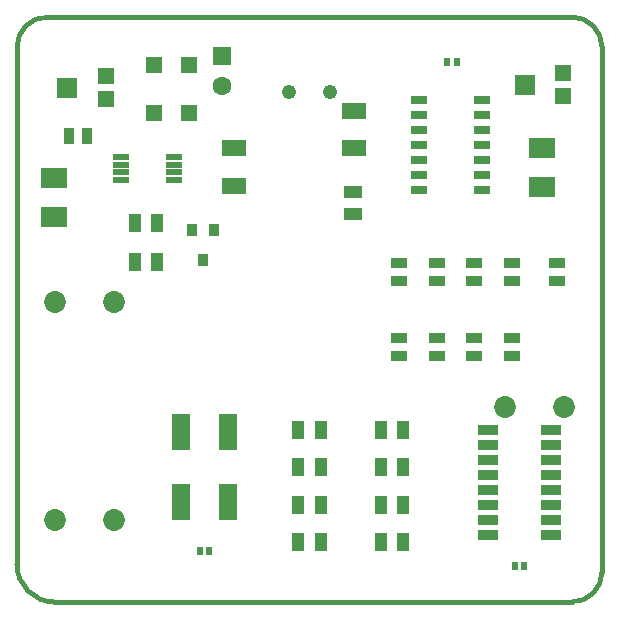
<source format=gbs>
G04 (created by PCBNEW (2013-mar-13)-testing) date Mon 25 Mar 2013 12:49:15 PM CET*
%MOIN*%
G04 Gerber Fmt 3.4, Leading zero omitted, Abs format*
%FSLAX34Y34*%
G01*
G70*
G90*
G04 APERTURE LIST*
%ADD10C,2.3622e-06*%
%ADD11C,0.015*%
%ADD12R,0.042874X0.062874*%
%ADD13R,0.062874X0.042874*%
%ADD14R,0.032874X0.052874*%
%ADD15R,0.052874X0.032874*%
%ADD16R,0.057874X0.023874*%
%ADD17C,0.047874*%
%ADD18C,0.072874*%
%ADD19R,0.062874X0.062874*%
%ADD20C,0.062874*%
%ADD21R,0.062974X0.122074*%
%ADD22R,0.031874X0.042874*%
%ADD23R,0.055074X0.055074*%
%ADD24R,0.052874X0.027874*%
%ADD25R,0.066974X0.070874*%
%ADD26R,0.078774X0.055074*%
%ADD27R,0.068874X0.031874*%
%ADD28R,0.087874X0.067874*%
%ADD29R,0.023574X0.029474*%
G04 APERTURE END LIST*
G54D10*
G54D11*
X67250Y-28250D02*
X49750Y-28250D01*
X68250Y-46750D02*
X68250Y-29250D01*
X68250Y-29250D02*
G75*
G03X67250Y-28250I-1000J0D01*
G74*
G01*
X50000Y-47750D02*
X67250Y-47750D01*
X48750Y-46500D02*
X48750Y-29250D01*
X48750Y-46500D02*
G75*
G03X50000Y-47750I1250J0D01*
G74*
G01*
X67250Y-47750D02*
G75*
G03X68250Y-46750I0J1000D01*
G74*
G01*
X49750Y-28250D02*
G75*
G03X48750Y-29250I0J-1000D01*
G74*
G01*
G54D12*
X52675Y-36400D03*
X53425Y-36400D03*
G54D13*
X59950Y-34825D03*
X59950Y-34075D03*
G54D14*
X50500Y-32200D03*
X51100Y-32200D03*
G54D15*
X65250Y-36450D03*
X65250Y-37050D03*
X64000Y-36450D03*
X64000Y-37050D03*
X62750Y-36450D03*
X62750Y-37050D03*
X61500Y-36450D03*
X61500Y-37050D03*
G54D12*
X58875Y-42000D03*
X58125Y-42000D03*
X58875Y-43250D03*
X58125Y-43250D03*
X58875Y-44500D03*
X58125Y-44500D03*
X58875Y-45750D03*
X58125Y-45750D03*
G54D16*
X53975Y-32915D03*
X53975Y-33170D03*
X53975Y-33430D03*
X53975Y-33685D03*
X52225Y-33685D03*
X52225Y-33430D03*
X52225Y-33170D03*
X52225Y-32915D03*
G54D17*
X59189Y-30750D03*
X57811Y-30750D03*
G54D18*
X50016Y-45000D03*
X51984Y-45000D03*
X50016Y-37750D03*
X51984Y-37750D03*
X65016Y-41250D03*
X66984Y-41250D03*
G54D19*
X55600Y-29550D03*
G54D20*
X55600Y-30550D03*
G54D21*
X54213Y-44431D03*
X55787Y-44431D03*
X54213Y-42069D03*
X55787Y-42069D03*
G54D22*
X55325Y-35350D03*
X54575Y-35350D03*
X54950Y-36350D03*
G54D23*
X54471Y-29850D03*
X53329Y-29850D03*
X53329Y-31450D03*
X54471Y-31450D03*
G54D24*
X62150Y-34000D03*
X62150Y-33500D03*
X62150Y-33000D03*
X62150Y-32500D03*
X62150Y-32000D03*
X62150Y-31500D03*
X62150Y-31000D03*
X64250Y-31000D03*
X64250Y-31500D03*
X64250Y-32000D03*
X64250Y-32500D03*
X64250Y-33000D03*
X64250Y-33500D03*
X64250Y-34000D03*
G54D25*
X50429Y-30600D03*
G54D23*
X51709Y-30206D03*
X51709Y-30994D03*
G54D25*
X65679Y-30500D03*
G54D23*
X66959Y-30106D03*
X66959Y-30894D03*
G54D26*
X60000Y-32630D03*
X60000Y-31370D03*
X56000Y-33880D03*
X56000Y-32620D03*
G54D27*
X64437Y-45500D03*
X66563Y-45500D03*
X64437Y-45000D03*
X66563Y-45000D03*
X64437Y-44500D03*
X66563Y-44500D03*
X64437Y-44000D03*
X66563Y-44000D03*
X64437Y-43500D03*
X66563Y-43500D03*
X64437Y-43000D03*
X66563Y-43000D03*
X64437Y-42500D03*
X66563Y-42500D03*
X64437Y-42000D03*
X66563Y-42000D03*
G54D12*
X61625Y-45750D03*
X60875Y-45750D03*
X61625Y-44500D03*
X60875Y-44500D03*
X61625Y-43250D03*
X60875Y-43250D03*
X61625Y-42000D03*
X60875Y-42000D03*
G54D15*
X61500Y-39550D03*
X61500Y-38950D03*
X62750Y-39550D03*
X62750Y-38950D03*
X64000Y-39550D03*
X64000Y-38950D03*
X65250Y-39550D03*
X65250Y-38950D03*
X66750Y-36450D03*
X66750Y-37050D03*
G54D28*
X50000Y-33600D03*
X50000Y-34900D03*
X66250Y-32600D03*
X66250Y-33900D03*
G54D29*
X65657Y-46550D03*
X65343Y-46550D03*
X63093Y-29750D03*
X63407Y-29750D03*
X55157Y-46050D03*
X54843Y-46050D03*
G54D12*
X53425Y-35100D03*
X52675Y-35100D03*
M02*

</source>
